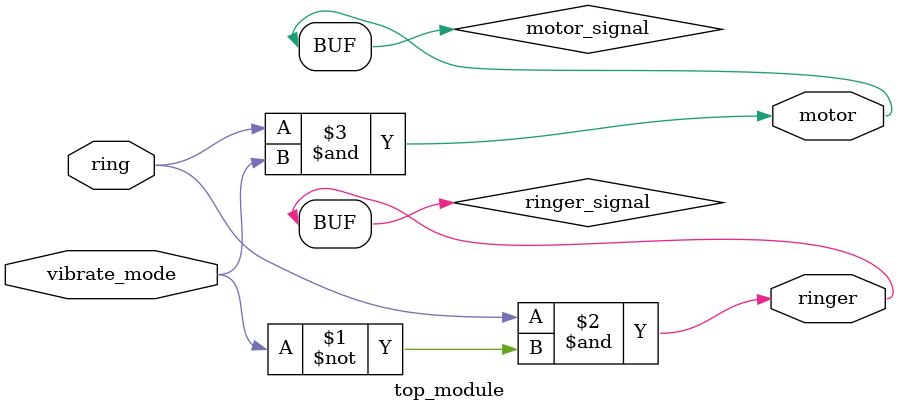
<source format=sv>
module top_module(
	input ring, 
	input vibrate_mode,
	output ringer,
	output motor
);

	// Internal signals
	wire ringer_signal;
	wire motor_signal;

	// Assign outputs based on the mode
	assign ringer_signal = ring & ~vibrate_mode;
	assign motor_signal = ring & vibrate_mode;
	
	assign ringer = ringer_signal;
	assign motor = motor_signal;

endmodule

</source>
